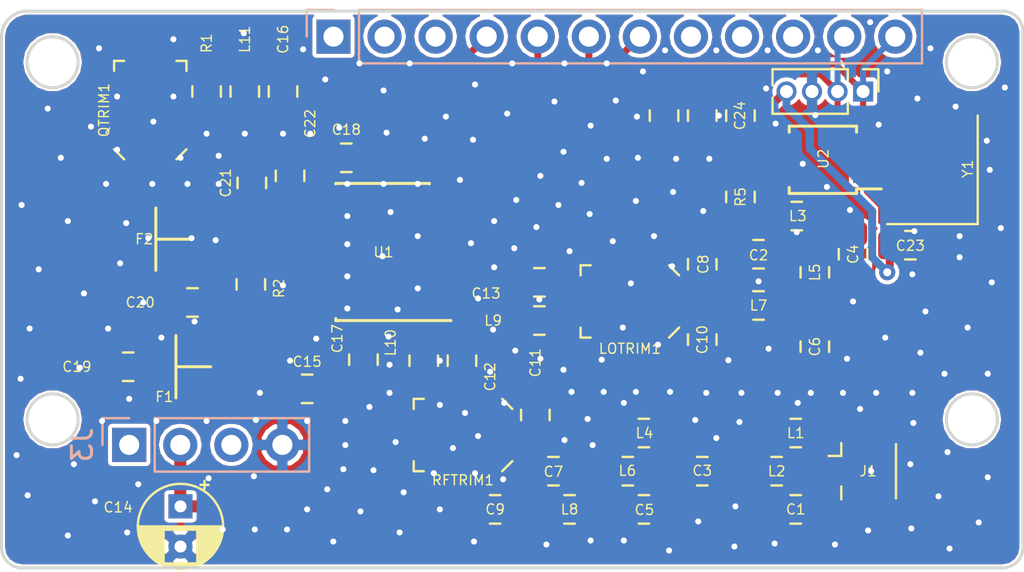
<source format=kicad_pcb>
(kicad_pcb (version 20171130) (host pcbnew "(5.0.1-3-g963ef8bb5)")
  (layers (0 F.Cu signal) (31 B.Cu signal) (34 B.Paste user hide) (35 F.Paste user hide) (36 B.SilkS user) (37 F.SilkS user) (38 B.Mask user hide) (39 F.Mask user hide) (44 Edge.Cuts user))
  (net 0 "")
  (net 1 Earth)
  (net 2 "Net-(C7-Pad2)")
  (net 3 "Net-(C10-Pad1)")
  (net 4 "Net-(C11-Pad2)")
  (net 5 "Net-(C13-Pad2)")
  (net 6 "Net-(F2-Pad1)")
  (net 7 "Net-(F1-Pad1)")
  (net 8 /LIM_OUT)
  (net 9 /DAT_OUT)
  (net 10 /SCL)
  (net 11 /SDA)
  (net 12 "Net-(C1-Pad1)")
  (net 13 /LO_IN)
  (net 14 "Net-(C3-Pad1)")
  (net 15 "Net-(C3-Pad2)")
  (net 16 "Net-(C4-Pad1)")
  (net 17 "Net-(C6-Pad1)")
  (net 18 "Net-(C11-Pad1)")
  (net 19 "Net-(C13-Pad1)")
  (net 20 "Net-(C19-Pad2)")
  (net 21 "Net-(C20-Pad2)")
  (net 22 "Net-(C21-Pad2)")
  (net 23 "Net-(C22-Pad2)")
  (net 24 "Net-(F1-Pad6)")
  (net 25 "Net-(F2-Pad6)")
  (net 26 /POW_CON_IN)
  (net 27 /RSSI_OUT)
  (net 28 "Net-(L10-Pad1)")
  (net 29 "Net-(C18-Pad2)")
  (net 30 "Net-(U2-Pad2)")
  (net 31 "Net-(U2-Pad3)")
  (net 32 /3V3)
  (net 33 "Net-(R5-Pad2)")
  (module Capacitor_SMD:C_0805_2012Metric_Pad1.15x1.40mm_HandSolder (layer F.Cu) (at 57.1 68.5)
    (fp_text reference C19 (at -2.55 0) (layer F.SilkS) (effects (font (size 0.5 0.5) (thickness 0.07))))
    (fp_text value 10nF hide)
    (pad 2 smd roundrect (at 1.025 0) (size 1.15 1.4) (layers F.Cu F.Paste F.Mask) (roundrect_rratio 0.217391) (net 20 "Net-(C19-Pad2)"))
    (pad 1 smd roundrect (at -1.025 0) (size 1.15 1.4) (layers F.Cu F.Paste F.Mask) (roundrect_rratio 0.217391) (net 1 Earth))
  )
  (module Package_SO:MSOP-10_3x3mm_P0.5mm (layer F.Cu) (at 91.65 58.2 180)
    (fp_text reference U2 (at -0.025 0.05 270) (layer F.SilkS) (effects (font (size 0.5 0.5) (thickness 0.07))))
    (fp_text value SI5351A hide)
    (pad 1 smd rect (at -2.2 -1 180) (size 1.4 0.3) (layers F.Cu F.Paste F.Mask) (net 32 /3V3))
    (pad 2 smd rect (at -2.2 -0.5 180) (size 1.4 0.3) (layers F.Cu F.Paste F.Mask) (net 30 "Net-(U2-Pad2)"))
    (pad 3 smd rect (at -2.2 0 180) (size 1.4 0.3) (layers F.Cu F.Paste F.Mask) (net 31 "Net-(U2-Pad3)"))
    (pad 4 smd rect (at -2.2 0.5 180) (size 1.4 0.3) (layers F.Cu F.Paste F.Mask) (net 10 /SCL))
    (pad 5 smd rect (at -2.2 1 180) (size 1.4 0.3) (layers F.Cu F.Paste F.Mask) (net 11 /SDA))
    (pad 6 smd rect (at 2.2 1 180) (size 1.4 0.3) (layers F.Cu F.Paste F.Mask))
    (pad 7 smd rect (at 2.2 0.5 180) (size 1.4 0.3) (layers F.Cu F.Paste F.Mask) (net 32 /3V3))
    (pad 8 smd rect (at 2.2 0 180) (size 1.4 0.3) (layers F.Cu F.Paste F.Mask) (net 1 Earth))
    (pad 9 smd rect (at 2.2 -0.5 180) (size 1.4 0.3) (layers F.Cu F.Paste F.Mask))
    (pad 10 smd rect (at 2.2 -1 180) (size 1.4 0.3) (layers F.Cu F.Paste F.Mask) (net 33 "Net-(R5-Pad2)"))
  )
  (module Capacitor_SMD:C_0805_2012Metric_Pad1.15x1.40mm_HandSolder (layer F.Cu) (at 77.35 70.9 270)
    (fp_text reference C11 (at -2.6 0 90) (layer F.SilkS) (effects (font (size 0.5 0.5) (thickness 0.07))))
    (fp_text value C hide)
    (pad 1 smd roundrect (at -1.025 0 270) (size 1.15 1.4) (layers F.Cu F.Paste F.Mask) (roundrect_rratio 0.217391) (net 18 "Net-(C11-Pad1)"))
    (pad 2 smd roundrect (at 1.025 0 270) (size 1.15 1.4) (layers F.Cu F.Paste F.Mask) (roundrect_rratio 0.217391) (net 4 "Net-(C11-Pad2)"))
  )
  (module Capacitor_SMD:C_0805_2012Metric_Pad1.15x1.40mm_HandSolder (layer F.Cu) (at 87.55 56 270)
    (fp_text reference C24 (at 0 0.025 270) (layer F.SilkS) (effects (font (size 0.5 0.5) (thickness 0.07))))
    (fp_text value 100n hide)
    (pad 2 smd roundrect (at 1.025 0 270) (size 1.15 1.4) (layers F.Cu F.Paste F.Mask) (roundrect_rratio 0.217391) (net 32 /3V3))
    (pad 1 smd roundrect (at -1.025 0 270) (size 1.15 1.4) (layers F.Cu F.Paste F.Mask) (roundrect_rratio 0.217391) (net 1 Earth))
  )
  (module Inductor_SMD:L_0805_2012Metric_Pad1.15x1.40mm_HandSolder (layer F.Cu) (at 71.8 68.2 90)
    (fp_text reference L10 (at 0.9 -1.65 90) (layer F.SilkS) (effects (font (size 0.5 0.5) (thickness 0.07))))
    (fp_text value L hide)
    (pad 2 smd roundrect (at 1.025 0 90) (size 1.15 1.4) (layers F.Cu F.Paste F.Mask) (roundrect_rratio 0.217391) (net 18 "Net-(C11-Pad1)"))
    (pad 1 smd roundrect (at -1.025 0 90) (size 1.15 1.4) (layers F.Cu F.Paste F.Mask) (roundrect_rratio 0.217391) (net 28 "Net-(L10-Pad1)"))
  )
  (module Capacitor_THT:CP_Radial_D4.0mm_P2.00mm (layer F.Cu) (at 59.7 75.45 270)
    (fp_text reference C14 (at 0.05 3.1) (layer F.SilkS) (effects (font (size 0.5 0.5) (thickness 0.07))))
    (fp_text value " 68u" hide)
    (pad 2 thru_hole circle (at 2 0 270) (size 1.2 1.2) (drill 0.6) (layers *.Cu *.Mask) (net 1 Earth))
    (pad 1 thru_hole rect (at 0 0 270) (size 1.2 1.2) (drill 0.6) (layers *.Cu *.Mask) (net 32 /3V3))
  )
  (module Capacitor_SMD:C_0805_2012Metric_Pad1.15x1.40mm_HandSolder (layer F.Cu) (at 88.45 62.9 180)
    (fp_text reference C2 (at 0 -0.05 180) (layer F.SilkS) (effects (font (size 0.5 0.5) (thickness 0.07))))
    (fp_text value 15p hide)
    (pad 2 smd roundrect (at 1.025 0 180) (size 1.15 1.4) (layers F.Cu F.Paste F.Mask) (roundrect_rratio 0.217391) (net 1 Earth))
    (pad 1 smd roundrect (at -1.025 0 180) (size 1.15 1.4) (layers F.Cu F.Paste F.Mask) (roundrect_rratio 0.217391) (net 13 /LO_IN))
  )
  (module Inductor_SMD:L_0805_2012Metric_Pad1.15x1.40mm_HandSolder (layer F.Cu) (at 90.35 61)
    (fp_text reference L3 (at 0.05 0) (layer F.SilkS) (effects (font (size 0.5 0.5) (thickness 0.07))))
    (fp_text value 68n hide)
    (pad 1 smd roundrect (at -1.025 0) (size 1.15 1.4) (layers F.Cu F.Paste F.Mask) (roundrect_rratio 0.217391) (net 13 /LO_IN))
    (pad 2 smd roundrect (at 1.025 0) (size 1.15 1.4) (layers F.Cu F.Paste F.Mask) (roundrect_rratio 0.217391) (net 16 "Net-(C4-Pad1)"))
  )
  (module Crystal:Crystal_SMD_3225-4Pin_3.2x2.5mm_HandSoldering (layer F.Cu) (at 97.1 58.7 90)
    (fp_text reference Y1 (at 0.05 1.75 90) (layer F.SilkS) (effects (font (size 0.5 0.5) (thickness 0.07))))
    (fp_text value Crystal_GND24 hide)
    (pad 1 smd rect (at -1.45 1.15 90) (size 2.1 1.8) (layers F.Cu F.Paste F.Mask) (net 30 "Net-(U2-Pad2)"))
    (pad 2 smd rect (at 1.45 1.15 90) (size 2.1 1.8) (layers F.Cu F.Paste F.Mask) (net 1 Earth))
    (pad 3 smd rect (at 1.45 -1.15 90) (size 2.1 1.8) (layers F.Cu F.Paste F.Mask) (net 31 "Net-(U2-Pad3)"))
    (pad 4 smd rect (at -1.45 -1.15 90) (size 2.1 1.8) (layers F.Cu F.Paste F.Mask) (net 1 Earth))
  )
  (module Capacitor_SMD:C_0805_2012Metric_Pad1.15x1.40mm_HandSolder (layer F.Cu) (at 77.55 64.3 180)
    (fp_text reference C13 (at 2.65 -0.55 180) (layer F.SilkS) (effects (font (size 0.5 0.5) (thickness 0.07))))
    (fp_text value 10n hide)
    (pad 1 smd roundrect (at -1.024999 0 180) (size 1.15 1.4) (layers F.Cu F.Paste F.Mask) (roundrect_rratio 0.217391) (net 19 "Net-(C13-Pad1)"))
    (pad 2 smd roundrect (at 1.024999 0 180) (size 1.15 1.4) (layers F.Cu F.Paste F.Mask) (roundrect_rratio 0.217391) (net 5 "Net-(C13-Pad2)"))
  )
  (module Resistor_SMD:R_0805_2012Metric_Pad1.15x1.40mm_HandSolder (layer F.Cu) (at 63.2 64.4 270)
    (fp_text reference R2 (at 0.2 -1.4 270) (layer F.SilkS) (effects (font (size 0.5 0.5) (thickness 0.07))))
    (fp_text value 120 hide)
    (pad 2 smd roundrect (at 1.025 0 270) (size 1.15 1.4) (layers F.Cu F.Paste F.Mask) (roundrect_rratio 0.217391) (net 1 Earth))
    (pad 1 smd roundrect (at -1.025 0 270) (size 1.15 1.4) (layers F.Cu F.Paste F.Mask) (roundrect_rratio 0.217391) (net 6 "Net-(F2-Pad1)"))
  )
  (module Package_SO:SSOP-20_4.4x6.5mm_P0.65mm (layer F.Cu) (at 69.75 62.75 180)
    (fp_text reference U1 (at -0.05 -0.05 180) (layer F.SilkS) (effects (font (size 0.5 0.5) (thickness 0.07))))
    (fp_text value SA636DK hide)
    (pad 1 smd rect (at -2.9 -2.925 180) (size 1 0.4) (layers F.Cu F.Paste F.Mask) (net 28 "Net-(L10-Pad1)"))
    (pad 2 smd rect (at -2.9 -2.275 180) (size 1 0.4) (layers F.Cu F.Paste F.Mask) (net 18 "Net-(C11-Pad1)"))
    (pad 3 smd rect (at -2.9 -1.625 180) (size 1 0.4) (layers F.Cu F.Paste F.Mask))
    (pad 4 smd rect (at -2.9 -0.975 180) (size 1 0.4) (layers F.Cu F.Paste F.Mask) (net 5 "Net-(C13-Pad2)"))
    (pad 5 smd rect (at -2.9 -0.325 180) (size 1 0.4) (layers F.Cu F.Paste F.Mask) (net 32 /3V3))
    (pad 6 smd rect (at -2.9 0.325 180) (size 1 0.4) (layers F.Cu F.Paste F.Mask) (net 27 /RSSI_OUT))
    (pad 7 smd rect (at -2.9 0.975 180) (size 1 0.4) (layers F.Cu F.Paste F.Mask) (net 27 /RSSI_OUT))
    (pad 8 smd rect (at -2.9 1.625 180) (size 1 0.4) (layers F.Cu F.Paste F.Mask) (net 26 /POW_CON_IN))
    (pad 9 smd rect (at -2.9 2.275 180) (size 1 0.4) (layers F.Cu F.Paste F.Mask) (net 9 /DAT_OUT))
    (pad 10 smd rect (at -2.9 2.925 180) (size 1 0.4) (layers F.Cu F.Paste F.Mask) (net 29 "Net-(C18-Pad2)"))
    (pad 11 smd rect (at 2.9 2.925 180) (size 1 0.4) (layers F.Cu F.Paste F.Mask) (net 8 /LIM_OUT))
    (pad 12 smd rect (at 2.9 2.275 180) (size 1 0.4) (layers F.Cu F.Paste F.Mask) (net 23 "Net-(C22-Pad2)"))
    (pad 13 smd rect (at 2.9 1.625 180) (size 1 0.4) (layers F.Cu F.Paste F.Mask) (net 22 "Net-(C21-Pad2)"))
    (pad 14 smd rect (at 2.9 0.975 180) (size 1 0.4) (layers F.Cu F.Paste F.Mask) (net 25 "Net-(F2-Pad6)"))
    (pad 15 smd rect (at 2.9 0.325 180) (size 1 0.4) (layers F.Cu F.Paste F.Mask) (net 1 Earth))
    (pad 16 smd rect (at 2.9 -0.325 180) (size 1 0.4) (layers F.Cu F.Paste F.Mask) (net 6 "Net-(F2-Pad1)"))
    (pad 17 smd rect (at 2.9 -0.975 180) (size 1 0.4) (layers F.Cu F.Paste F.Mask) (net 21 "Net-(C20-Pad2)"))
    (pad 18 smd rect (at 2.9 -1.625 180) (size 1 0.4) (layers F.Cu F.Paste F.Mask) (net 24 "Net-(F1-Pad6)"))
    (pad 19 smd rect (at 2.9 -2.275 180) (size 1 0.4) (layers F.Cu F.Paste F.Mask) (net 20 "Net-(C19-Pad2)"))
    (pad 20 smd rect (at 2.9 -2.925 180) (size 1 0.4) (layers F.Cu F.Paste F.Mask) (net 7 "Net-(F1-Pad1)"))
  )
  (module Connector_Coaxial:U.FL_Hirose_U.FL-R-SMT-1_Vertical (layer F.Cu) (at 93.45 73.7)
    (fp_text reference J1 (at 0.45 0 -180) (layer F.SilkS) (effects (font (size 0.5 0.5) (thickness 0.07))))
    (fp_text value "U.FL-R-SMT-1(01) " hide)
    (pad 2 smd rect (at 0.475 1.475) (size 2.2 1.05) (layers F.Cu F.Paste F.Mask) (net 1 Earth))
    (pad 1 smd rect (at -1.05 0) (size 1.05 1) (layers F.Cu F.Paste F.Mask) (net 12 "Net-(C1-Pad1)"))
    (pad 2 smd rect (at 0.475 -1.475) (size 2.2 1.05) (layers F.Cu F.Paste F.Mask) (net 1 Earth))
  )
  (module Filter:Murata_SFECF-6_HandSoldering (layer F.Cu) (at 60.2 62.15 180)
    (fp_text reference F2 (at 2.3 0 180) (layer F.SilkS) (effects (font (size 0.5 0.5) (thickness 0.07))))
    (fp_text value SFECF hide)
    (pad 4 smd roundrect (at 1.28 1.2 180) (size 0.65 1.05) (layers F.Cu F.Paste F.Mask) (roundrect_rratio 0.1))
    (pad 6 smd roundrect (at -1.28 1.2 180) (size 0.65 1.05) (layers F.Cu F.Paste F.Mask) (roundrect_rratio 0.1) (net 25 "Net-(F2-Pad6)"))
    (pad 5 smd roundrect (at 0 1.2 180) (size 0.7 1.05) (layers F.Cu F.Paste F.Mask) (roundrect_rratio 0.1))
    (pad 3 smd roundrect (at 1.28 -1.2 180) (size 0.65 1.05) (layers F.Cu F.Paste F.Mask) (roundrect_rratio 0.1))
    (pad 1 smd roundrect (at -1.28 -1.2 180) (size 0.65 1.05) (layers F.Cu F.Paste F.Mask) (roundrect_rratio 0.1) (net 6 "Net-(F2-Pad1)"))
    (pad 2 smd roundrect (at 0 -1.2 180) (size 0.7 1.05) (layers F.Cu F.Paste F.Mask) (roundrect_rratio 0.1) (net 1 Earth))
  )
  (module Filter:Murata_SFECF-6_HandSoldering (layer F.Cu) (at 61.2 68.5 180)
    (fp_text reference F1 (at 2.3 -1.5 180) (layer F.SilkS) (effects (font (size 0.5 0.5) (thickness 0.07))))
    (fp_text value SFECF hide)
    (pad 4 smd roundrect (at 1.28 1.2 180) (size 0.65 1.05) (layers F.Cu F.Paste F.Mask) (roundrect_rratio 0.1))
    (pad 6 smd roundrect (at -1.28 1.2 180) (size 0.65 1.05) (layers F.Cu F.Paste F.Mask) (roundrect_rratio 0.1) (net 24 "Net-(F1-Pad6)"))
    (pad 5 smd roundrect (at 0 1.2 180) (size 0.7 1.05) (layers F.Cu F.Paste F.Mask) (roundrect_rratio 0.1))
    (pad 3 smd roundrect (at 1.28 -1.2 180) (size 0.65 1.05) (layers F.Cu F.Paste F.Mask) (roundrect_rratio 0.1))
    (pad 1 smd roundrect (at -1.28 -1.2 180) (size 0.65 1.05) (layers F.Cu F.Paste F.Mask) (roundrect_rratio 0.1) (net 7 "Net-(F1-Pad1)"))
    (pad 2 smd roundrect (at 0 -1.2 180) (size 0.7 1.05) (layers F.Cu F.Paste F.Mask) (roundrect_rratio 0.1) (net 1 Earth))
  )
  (module Adafruit:PinHeader_Adafruit_Feather_Top (layer B.Cu) (at 67.31 52.07 270)
    (fp_text reference J2 hide)
    (fp_text value Feather_Top_Female hide)
    (pad BAT thru_hole rect (at 0 0 270) (size 1.7 1.7) (drill 1) (layers *.Cu *.Mask))
    (pad EN thru_hole oval (at 0 -2.54 270) (size 1.7 1.7) (drill 1) (layers *.Cu *.Mask))
    (pad USB thru_hole oval (at 0 -5.08 270) (size 1.7 1.7) (drill 1) (layers *.Cu *.Mask))
    (pad 16 thru_hole oval (at 0 -7.62 270) (size 1.7 1.7) (drill 1) (layers *.Cu *.Mask) (net 8 /LIM_OUT))
    (pad 15 thru_hole oval (at 0 -10.16 270) (size 1.7 1.7) (drill 1) (layers *.Cu *.Mask) (net 9 /DAT_OUT))
    (pad 07 thru_hole oval (at 0 -12.7 270) (size 1.7 1.7) (drill 1) (layers *.Cu *.Mask) (net 26 /POW_CON_IN))
    (pad 11 thru_hole oval (at 0 -15.24 270) (size 1.7 1.7) (drill 1) (layers *.Cu *.Mask) (net 27 /RSSI_OUT))
    (pad 31* thru_hole oval (at 0 -17.78 270) (size 1.7 1.7) (drill 1) (layers *.Cu *.Mask))
    (pad 30 thru_hole oval (at 0 -20.32 270) (size 1.7 1.7) (drill 1) (layers *.Cu *.Mask))
    (pad 27 thru_hole oval (at 0 -22.86 270) (size 1.7 1.7) (drill 1) (layers *.Cu *.Mask))
    (pad SCL thru_hole oval (at 0 -25.4 270) (size 1.7 1.7) (drill 1) (layers *.Cu *.Mask) (net 10 /SCL))
    (pad SDA thru_hole oval (at 0 -27.94 270) (size 1.7 1.7) (drill 1) (layers *.Cu *.Mask) (net 11 /SDA))
  )
  (module Capacitor_SMD:C_0805_2012Metric_Pad1.15x1.40mm_HandSolder (layer F.Cu) (at 93.15 62.9 270)
    (fp_text reference C4 (at 0 0 270) (layer F.SilkS) (effects (font (size 0.5 0.5) (thickness 0.07))))
    (fp_text value 36p hide)
    (pad 1 smd roundrect (at -1.025 0 270) (size 1.15 1.4) (layers F.Cu F.Paste F.Mask) (roundrect_rratio 0.217391) (net 16 "Net-(C4-Pad1)"))
    (pad 2 smd roundrect (at 1.025 0 270) (size 1.15 1.4) (layers F.Cu F.Paste F.Mask) (roundrect_rratio 0.217391) (net 1 Earth))
  )
  (module Capacitor_SMD:C_0805_2012Metric_Pad1.15x1.40mm_HandSolder (layer F.Cu) (at 85.65 63.4 90)
    (fp_text reference C8 (at 0 0.05 90) (layer F.SilkS) (effects (font (size 0.5 0.5) (thickness 0.07))))
    (fp_text value 15p hide)
    (pad 1 smd roundrect (at -1.025 0 90) (size 1.15 1.4) (layers F.Cu F.Paste F.Mask) (roundrect_rratio 0.217391) (net 3 "Net-(C10-Pad1)"))
    (pad 2 smd roundrect (at 1.025 0 90) (size 1.15 1.4) (layers F.Cu F.Paste F.Mask) (roundrect_rratio 0.217391) (net 1 Earth))
  )
  (module Capacitor_SMD:C_0805_2012Metric_Pad1.15x1.40mm_HandSolder (layer F.Cu) (at 85.65 67.15 270)
    (fp_text reference C10 (at 0 0 270) (layer F.SilkS) (effects (font (size 0.5 0.5) (thickness 0.07))))
    (fp_text value C hide)
    (pad 2 smd roundrect (at 1.025 0 270) (size 1.15 1.4) (layers F.Cu F.Paste F.Mask) (roundrect_rratio 0.217391) (net 1 Earth))
    (pad 1 smd roundrect (at -1.025 0 270) (size 1.15 1.4) (layers F.Cu F.Paste F.Mask) (roundrect_rratio 0.217391) (net 3 "Net-(C10-Pad1)"))
  )
  (module Capacitor_SMD:C_0805_2012Metric_Pad1.15x1.40mm_HandSolder (layer F.Cu) (at 73.7 68.2 90)
    (fp_text reference C12 (at -0.8 1.4 90) (layer F.SilkS) (effects (font (size 0.5 0.5) (thickness 0.07))))
    (fp_text value 10n hide)
    (pad 2 smd roundrect (at 1.025 0 90) (size 1.15 1.4) (layers F.Cu F.Paste F.Mask) (roundrect_rratio 0.217391) (net 18 "Net-(C11-Pad1)"))
    (pad 1 smd roundrect (at -1.025 0 90) (size 1.15 1.4) (layers F.Cu F.Paste F.Mask) (roundrect_rratio 0.217391) (net 1 Earth))
  )
  (module Resistor_SMD:R_0805_2012Metric_Pad1.15x1.40mm_HandSolder (layer F.Cu) (at 61 54.8 270)
    (fp_text reference R1 (at -2.4 0 270) (layer F.SilkS) (effects (font (size 0.5 0.5) (thickness 0.07))))
    (fp_text value R hide)
    (pad 1 smd roundrect (at -1.025 0 270) (size 1.15 1.4) (layers F.Cu F.Paste F.Mask) (roundrect_rratio 0.217391) (net 8 /LIM_OUT))
    (pad 2 smd roundrect (at 1.025 0 270) (size 1.15 1.4) (layers F.Cu F.Paste F.Mask) (roundrect_rratio 0.217391) (net 1 Earth))
  )
  (module Capacitor_SMD:C_Trimmer_Voltronics_JZ (layer F.Cu) (at 82.05 65.25 180)
    (fp_text reference LOTRIM1 (at 0 -2.35) (layer F.SilkS) (effects (font (size 0.5 0.5) (thickness 0.07))))
    (fp_text value "LO TRIM" hide)
    (pad 1 smd rect (at -1.95 0 180) (size 0.9 1.4) (layers F.Cu F.Paste F.Mask) (net 3 "Net-(C10-Pad1)"))
    (pad 2 smd rect (at 1.95 0 180) (size 0.9 1.4) (layers F.Cu F.Paste F.Mask) (net 19 "Net-(C13-Pad1)"))
  )
  (module Capacitor_SMD:C_Trimmer_Voltronics_JZ (layer F.Cu) (at 73.75 71.9 180)
    (fp_text reference RFTRIM1 (at 0 -2.25) (layer F.SilkS) (effects (font (size 0.5 0.5) (thickness 0.07))))
    (fp_text value "RF TRIM" hide)
    (pad 2 smd rect (at 1.95 0 180) (size 0.9 1.4) (layers F.Cu F.Paste F.Mask) (net 28 "Net-(L10-Pad1)"))
    (pad 1 smd rect (at -1.95 0 180) (size 0.9 1.4) (layers F.Cu F.Paste F.Mask) (net 4 "Net-(C11-Pad2)"))
  )
  (module Capacitor_SMD:C_0805_2012Metric_Pad1.15x1.40mm_HandSolder (layer F.Cu) (at 64.8 54.8 270)
    (fp_text reference C16 (at -2.6 0 90) (layer F.SilkS) (effects (font (size 0.5 0.5) (thickness 0.07))))
    (fp_text value C hide)
    (pad 2 smd roundrect (at 1.025 0 270) (size 1.15 1.4) (layers F.Cu F.Paste F.Mask) (roundrect_rratio 0.217391) (net 1 Earth))
    (pad 1 smd roundrect (at -1.025 0 270) (size 1.15 1.4) (layers F.Cu F.Paste F.Mask) (roundrect_rratio 0.217391) (net 8 /LIM_OUT))
  )
  (module Capacitor_SMD:C_Trimmer_Voltronics_JZ (layer F.Cu) (at 58.2 55.725 90)
    (fp_text reference QTRIM1 (at 0 -2.3 90) (layer F.SilkS) (effects (font (size 0.5 0.5) (thickness 0.07))))
    (fp_text value QTRIM hide)
    (pad 1 smd rect (at -1.95 0 90) (size 0.9 1.4) (layers F.Cu F.Paste F.Mask) (net 1 Earth))
    (pad 2 smd rect (at 1.95 0 90) (size 0.9 1.4) (layers F.Cu F.Paste F.Mask) (net 8 /LIM_OUT))
  )
  (module Capacitor_SMD:C_0805_2012Metric_Pad1.15x1.40mm_HandSolder (layer F.Cu) (at 91.25 67.5 270)
    (fp_text reference C6 (at 0 0 270) (layer F.SilkS) (effects (font (size 0.5 0.5) (thickness 0.07))))
    (fp_text value 36p hide)
    (pad 1 smd roundrect (at -1.025 0 270) (size 1.15 1.4) (layers F.Cu F.Paste F.Mask) (roundrect_rratio 0.217391) (net 17 "Net-(C6-Pad1)"))
    (pad 2 smd roundrect (at 1.025 0 270) (size 1.15 1.4) (layers F.Cu F.Paste F.Mask) (roundrect_rratio 0.217391) (net 1 Earth))
  )
  (module Capacitor_SMD:C_0805_2012Metric_Pad1.15x1.40mm_HandSolder (layer F.Cu) (at 68.8 68.15 270)
    (fp_text reference C17 (at -1.05 1.3 270) (layer F.SilkS) (effects (font (size 0.5 0.5) (thickness 0.07))))
    (fp_text value 100n hide)
    (pad 2 smd roundrect (at 1.024999 0 270) (size 1.15 1.4) (layers F.Cu F.Paste F.Mask) (roundrect_rratio 0.217391) (net 1 Earth))
    (pad 1 smd roundrect (at -1.024999 0 270) (size 1.15 1.4) (layers F.Cu F.Paste F.Mask) (roundrect_rratio 0.217391) (net 32 /3V3))
  )
  (module Capacitor_SMD:C_0805_2012Metric_Pad1.15x1.40mm_HandSolder (layer F.Cu) (at 67.95 58.1)
    (fp_text reference C18 (at 0 -1.4) (layer F.SilkS) (effects (font (size 0.5 0.5) (thickness 0.07))))
    (fp_text value C hide)
    (pad 2 smd roundrect (at 1.025 0) (size 1.15 1.4) (layers F.Cu F.Paste F.Mask) (roundrect_rratio 0.217391) (net 29 "Net-(C18-Pad2)"))
    (pad 1 smd roundrect (at -1.025 0) (size 1.15 1.4) (layers F.Cu F.Paste F.Mask) (roundrect_rratio 0.217391) (net 8 /LIM_OUT))
  )
  (module Capacitor_SMD:C_0805_2012Metric_Pad1.15x1.40mm_HandSolder (layer F.Cu) (at 60.3 65.3)
    (fp_text reference C20 (at -2.6 0) (layer F.SilkS) (effects (font (size 0.5 0.5) (thickness 0.07))))
    (fp_text value 10nF hide)
    (pad 1 smd roundrect (at -1.025 0) (size 1.15 1.4) (layers F.Cu F.Paste F.Mask) (roundrect_rratio 0.217391) (net 1 Earth))
    (pad 2 smd roundrect (at 1.025 0) (size 1.15 1.4) (layers F.Cu F.Paste F.Mask) (roundrect_rratio 0.217391) (net 21 "Net-(C20-Pad2)"))
  )
  (module Capacitor_SMD:C_0805_2012Metric_Pad1.15x1.40mm_HandSolder (layer F.Cu) (at 63.25 59.35 270)
    (fp_text reference C21 (at 0 1.3 270) (layer F.SilkS) (effects (font (size 0.5 0.5) (thickness 0.07))))
    (fp_text value 10nF hide)
    (pad 1 smd roundrect (at -1.025 0 270) (size 1.15 1.4) (layers F.Cu F.Paste F.Mask) (roundrect_rratio 0.217391) (net 1 Earth))
    (pad 2 smd roundrect (at 1.025 0 270) (size 1.15 1.4) (layers F.Cu F.Paste F.Mask) (roundrect_rratio 0.217391) (net 22 "Net-(C21-Pad2)"))
  )
  (module Capacitor_SMD:C_0805_2012Metric_Pad1.15x1.40mm_HandSolder (layer F.Cu) (at 65.15 59 270)
    (fp_text reference C22 (at -2.6 -1 270) (layer F.SilkS) (effects (font (size 0.5 0.5) (thickness 0.07))))
    (fp_text value 10nF hide)
    (pad 1 smd roundrect (at -1.025 0 270) (size 1.15 1.4) (layers F.Cu F.Paste F.Mask) (roundrect_rratio 0.217391) (net 1 Earth))
    (pad 2 smd roundrect (at 1.025 0 270) (size 1.15 1.4) (layers F.Cu F.Paste F.Mask) (roundrect_rratio 0.217391) (net 23 "Net-(C22-Pad2)"))
  )
  (module Inductor_SMD:L_0805_2012Metric_Pad1.15x1.40mm_HandSolder (layer F.Cu) (at 91.25 63.8 270)
    (fp_text reference L5 (at 0 0 270) (layer F.SilkS) (effects (font (size 0.5 0.5) (thickness 0.07))))
    (fp_text value 82n hide)
    (pad 1 smd roundrect (at -1.025 0 270) (size 1.15 1.4) (layers F.Cu F.Paste F.Mask) (roundrect_rratio 0.217391) (net 16 "Net-(C4-Pad1)"))
    (pad 2 smd roundrect (at 1.025 0 270) (size 1.15 1.4) (layers F.Cu F.Paste F.Mask) (roundrect_rratio 0.217391) (net 17 "Net-(C6-Pad1)"))
  )
  (module Inductor_SMD:L_0805_2012Metric_Pad1.15x1.40mm_HandSolder (layer F.Cu) (at 88.45 65.45 180)
    (fp_text reference L7 (at 0 0 180) (layer F.SilkS) (effects (font (size 0.5 0.5) (thickness 0.07))))
    (fp_text value 68n hide)
    (pad 1 smd roundrect (at -1.025 0 180) (size 1.15 1.4) (layers F.Cu F.Paste F.Mask) (roundrect_rratio 0.217391) (net 17 "Net-(C6-Pad1)"))
    (pad 2 smd roundrect (at 1.025 0 180) (size 1.15 1.4) (layers F.Cu F.Paste F.Mask) (roundrect_rratio 0.217391) (net 3 "Net-(C10-Pad1)"))
  )
  (module Inductor_SMD:L_0805_2012Metric_Pad1.15x1.40mm_HandSolder (layer F.Cu) (at 77.55 66.2)
    (fp_text reference L9 (at -2.3 0) (layer F.SilkS) (effects (font (size 0.5 0.5) (thickness 0.07))))
    (fp_text value L hide)
    (pad 2 smd roundrect (at 1.025 0) (size 1.15 1.4) (layers F.Cu F.Paste F.Mask) (roundrect_rratio 0.217391) (net 19 "Net-(C13-Pad1)"))
    (pad 1 smd roundrect (at -1.025 0) (size 1.15 1.4) (layers F.Cu F.Paste F.Mask) (roundrect_rratio 0.217391) (net 1 Earth))
  )
  (module Inductor_SMD:L_0805_2012Metric_Pad1.15x1.40mm_HandSolder (layer F.Cu) (at 62.9 54.8 270)
    (fp_text reference L11 (at -2.6 0 270) (layer F.SilkS) (effects (font (size 0.5 0.5) (thickness 0.07))))
    (fp_text value L hide)
    (pad 2 smd roundrect (at 1.025 0 270) (size 1.15 1.4) (layers F.Cu F.Paste F.Mask) (roundrect_rratio 0.217391) (net 1 Earth))
    (pad 1 smd roundrect (at -1.025 0 270) (size 1.15 1.4) (layers F.Cu F.Paste F.Mask) (roundrect_rratio 0.217391) (net 8 /LIM_OUT))
  )
  (module Capacitor_SMD:C_0805_2012Metric_Pad1.15x1.40mm_HandSolder (layer F.Cu) (at 66 69.6 180)
    (fp_text reference C15 (at 0 1.35 180) (layer F.SilkS) (effects (font (size 0.5 0.5) (thickness 0.07))))
    (fp_text value 100n hide)
    (pad 1 smd roundrect (at -1.024999 0 180) (size 1.15 1.4) (layers F.Cu F.Paste F.Mask) (roundrect_rratio 0.217391) (net 32 /3V3))
    (pad 2 smd roundrect (at 1.024999 0 180) (size 1.15 1.4) (layers F.Cu F.Paste F.Mask) (roundrect_rratio 0.217391) (net 1 Earth))
  )
  (module Capacitor_SMD:C_0805_2012Metric_Pad1.15x1.40mm_HandSolder (layer F.Cu) (at 96 62.45)
    (fp_text reference C23 (at 0 0.025) (layer F.SilkS) (effects (font (size 0.5 0.5) (thickness 0.07))))
    (fp_text value 100n hide)
    (pad 1 smd roundrect (at -1.025 0) (size 1.15 1.4) (layers F.Cu F.Paste F.Mask) (roundrect_rratio 0.217391) (net 32 /3V3))
    (pad 2 smd roundrect (at 1.025 0) (size 1.15 1.4) (layers F.Cu F.Paste F.Mask) (roundrect_rratio 0.217391) (net 1 Earth))
  )
  (module Resistor_SMD:R_0805_2012Metric_Pad1.15x1.40mm_HandSolder (layer F.Cu) (at 85.65 56 270)
    (fp_text reference R3 hide)
    (fp_text value 4.7k hide)
    (pad 2 smd roundrect (at 1.024999 0 270) (size 1.15 1.4) (layers F.Cu F.Paste F.Mask) (roundrect_rratio 0.217391) (net 32 /3V3))
    (pad 1 smd roundrect (at -1.024999 0 270) (size 1.15 1.4) (layers F.Cu F.Paste F.Mask) (roundrect_rratio 0.217391) (net 10 /SCL))
  )
  (module Resistor_SMD:R_0805_2012Metric_Pad1.15x1.40mm_HandSolder (layer F.Cu) (at 83.75 56 270)
    (fp_text reference R4 hide)
    (fp_text value 4.7k hide)
    (pad 2 smd roundrect (at 1.024999 0 270) (size 1.15 1.4) (layers F.Cu F.Paste F.Mask) (roundrect_rratio 0.217391) (net 32 /3V3))
    (pad 1 smd roundrect (at -1.024999 0 270) (size 1.15 1.4) (layers F.Cu F.Paste F.Mask) (roundrect_rratio 0.217391) (net 11 /SDA))
  )
  (module Connector_PinHeader_2.54mm:PinHeader_1x04_P2.54mm_Vertical (layer B.Cu) (at 57.15 72.39 270)
    (fp_text reference J3 (at 0 2.33 270) (layer B.SilkS) (effects (justify mirror)))
    (fp_text value Feather_Bottom_Female hide)
    (pad 1 thru_hole rect (at 0 0 270) (size 1.7 1.7) (drill 1) (layers *.Cu *.Mask))
    (pad 2 thru_hole oval (at 0 -2.54 270) (size 1.7 1.7) (drill 1) (layers *.Cu *.Mask) (net 32 /3V3))
    (pad 3 thru_hole oval (at 0 -5.08 270) (size 1.7 1.7) (drill 1) (layers *.Cu *.Mask))
    (pad 4 thru_hole oval (at 0 -7.62 270) (size 1.7 1.7) (drill 1) (layers *.Cu *.Mask) (net 1 Earth))
  )
  (module Capacitor_SMD:C_0805_2012Metric_Pad1.15x1.40mm_HandSolder (layer F.Cu) (at 90.3 75.6 180)
    (fp_text reference C1 (at 0 0 180) (layer F.SilkS) (effects (font (size 0.5 0.5) (thickness 0.07))))
    (fp_text value 82p hide)
    (pad 1 smd roundrect (at -1.025 0 180) (size 1.15 1.4) (layers F.Cu F.Paste F.Mask) (roundrect_rratio 0.217391) (net 12 "Net-(C1-Pad1)"))
    (pad 2 smd roundrect (at 1.025 0 180) (size 1.15 1.4) (layers F.Cu F.Paste F.Mask) (roundrect_rratio 0.217391) (net 1 Earth))
  )
  (module Capacitor_SMD:C_0805_2012Metric_Pad1.15x1.40mm_HandSolder (layer F.Cu) (at 85.65 73.7)
    (fp_text reference C3 (at 0 -0.025) (layer F.SilkS) (effects (font (size 0.5 0.5) (thickness 0.07))))
    (fp_text value 1.7p hide)
    (pad 1 smd roundrect (at -1.025 0) (size 1.15 1.4) (layers F.Cu F.Paste F.Mask) (roundrect_rratio 0.217391) (net 14 "Net-(C3-Pad1)"))
    (pad 2 smd roundrect (at 1.025 0) (size 1.15 1.4) (layers F.Cu F.Paste F.Mask) (roundrect_rratio 0.217391) (net 15 "Net-(C3-Pad2)"))
  )
  (module Capacitor_SMD:C_0805_2012Metric_Pad1.15x1.40mm_HandSolder (layer F.Cu) (at 82.75 75.6 180)
    (fp_text reference C5 (at -0.025 -0.025 180) (layer F.SilkS) (effects (font (size 0.5 0.5) (thickness 0.07))))
    (fp_text value 270p hide)
    (pad 2 smd roundrect (at 1.025 0 180) (size 1.15 1.4) (layers F.Cu F.Paste F.Mask) (roundrect_rratio 0.217391) (net 1 Earth))
    (pad 1 smd roundrect (at -1.025 0 180) (size 1.15 1.4) (layers F.Cu F.Paste F.Mask) (roundrect_rratio 0.217391) (net 14 "Net-(C3-Pad1)"))
  )
  (module Capacitor_SMD:C_0805_2012Metric_Pad1.15x1.40mm_HandSolder (layer F.Cu) (at 78.25 73.7)
    (fp_text reference C7 (at 0 0.025) (layer F.SilkS) (effects (font (size 0.5 0.5) (thickness 0.07))))
    (fp_text value 1.7p hide)
    (pad 2 smd roundrect (at 1.025 0) (size 1.15 1.4) (layers F.Cu F.Paste F.Mask) (roundrect_rratio 0.217391) (net 2 "Net-(C7-Pad2)"))
    (pad 1 smd roundrect (at -1.025 0) (size 1.15 1.4) (layers F.Cu F.Paste F.Mask) (roundrect_rratio 0.217391) (net 4 "Net-(C11-Pad2)"))
  )
  (module Capacitor_SMD:C_0805_2012Metric_Pad1.15x1.40mm_HandSolder (layer F.Cu) (at 75.35 75.6 180)
    (fp_text reference C9 (at 0 0 180) (layer F.SilkS) (effects (font (size 0.5 0.5) (thickness 0.07))))
    (fp_text value 82p hide)
    (pad 1 smd roundrect (at -1.025 0 180) (size 1.15 1.4) (layers F.Cu F.Paste F.Mask) (roundrect_rratio 0.217391) (net 4 "Net-(C11-Pad2)"))
    (pad 2 smd roundrect (at 1.025 0 180) (size 1.15 1.4) (layers F.Cu F.Paste F.Mask) (roundrect_rratio 0.217391) (net 1 Earth))
  )
  (module Connector_PinHeader_1.27mm:PinHeader_1x04_P1.27mm_Vertical (layer F.Cu) (at 93.65 54.8 270)
    (fp_text reference J4 hide)
    (fp_text value Conn_01x02_Female hide)
    (pad 1 thru_hole rect (at 0 0 270) (size 1 1) (drill 0.65) (layers *.Cu *.Mask) (net 11 /SDA))
    (pad 2 thru_hole oval (at 0 1.27 270) (size 1 1) (drill 0.65) (layers *.Cu *.Mask) (net 10 /SCL))
    (pad 3 thru_hole oval (at 0 2.54 270) (size 1 1) (drill 0.65) (layers *.Cu *.Mask) (net 1 Earth))
    (pad 4 thru_hole oval (at 0 3.81 270) (size 1 1) (drill 0.65) (layers *.Cu *.Mask) (net 32 /3V3))
  )
  (module Inductor_SMD:L_0805_2012Metric_Pad1.15x1.40mm_HandSolder (layer F.Cu) (at 90.3 71.8 180)
    (fp_text reference L1 (at 0 0 180) (layer F.SilkS) (effects (font (size 0.5 0.5) (thickness 0.07))))
    (fp_text value 11n hide)
    (pad 2 smd roundrect (at 1.025 0 180) (size 1.15 1.4) (layers F.Cu F.Paste F.Mask) (roundrect_rratio 0.217391) (net 1 Earth))
    (pad 1 smd roundrect (at -1.025 0 180) (size 1.15 1.4) (layers F.Cu F.Paste F.Mask) (roundrect_rratio 0.217391) (net 12 "Net-(C1-Pad1)"))
  )
  (module Inductor_SMD:L_0805_2012Metric_Pad1.15x1.40mm_HandSolder (layer F.Cu) (at 89.35 73.7 180)
    (fp_text reference L2 (at 0 0 180) (layer F.SilkS) (effects (font (size 0.5 0.5) (thickness 0.07))))
    (fp_text value 560n hide)
    (pad 1 smd roundrect (at -1.025 0 180) (size 1.15 1.4) (layers F.Cu F.Paste F.Mask) (roundrect_rratio 0.217391) (net 12 "Net-(C1-Pad1)"))
    (pad 2 smd roundrect (at 1.025 0 180) (size 1.15 1.4) (layers F.Cu F.Paste F.Mask) (roundrect_rratio 0.217391) (net 15 "Net-(C3-Pad2)"))
  )
  (module Inductor_SMD:L_0805_2012Metric_Pad1.15x1.40mm_HandSolder (layer F.Cu) (at 82.75 71.8 180)
    (fp_text reference L4 (at -0.025 0 180) (layer F.SilkS) (effects (font (size 0.5 0.5) (thickness 0.07))))
    (fp_text value 3.6n hide)
    (pad 1 smd roundrect (at -1.025 0 180) (size 1.15 1.4) (layers F.Cu F.Paste F.Mask) (roundrect_rratio 0.217391) (net 14 "Net-(C3-Pad1)"))
    (pad 2 smd roundrect (at 1.025 0 180) (size 1.15 1.4) (layers F.Cu F.Paste F.Mask) (roundrect_rratio 0.217391) (net 1 Earth))
  )
  (module Inductor_SMD:L_0805_2012Metric_Pad1.15x1.40mm_HandSolder (layer F.Cu) (at 81.95 73.7 180)
    (fp_text reference L6 (at 0.025 0.025 180) (layer F.SilkS) (effects (font (size 0.5 0.5) (thickness 0.07))))
    (fp_text value 560n hide)
    (pad 1 smd roundrect (at -1.025 0 180) (size 1.15 1.4) (layers F.Cu F.Paste F.Mask) (roundrect_rratio 0.217391) (net 14 "Net-(C3-Pad1)"))
    (pad 2 smd roundrect (at 1.025 0 180) (size 1.15 1.4) (layers F.Cu F.Paste F.Mask) (roundrect_rratio 0.217391) (net 2 "Net-(C7-Pad2)"))
  )
  (module Inductor_SMD:L_0805_2012Metric_Pad1.15x1.40mm_HandSolder (layer F.Cu) (at 79.05 75.6)
    (fp_text reference L8 (at 0 0) (layer F.SilkS) (effects (font (size 0.5 0.5) (thickness 0.07))))
    (fp_text value 11n hide)
    (pad 2 smd roundrect (at 1.025 0) (size 1.15 1.4) (layers F.Cu F.Paste F.Mask) (roundrect_rratio 0.217391) (net 1 Earth))
    (pad 1 smd roundrect (at -1.025 0) (size 1.15 1.4) (layers F.Cu F.Paste F.Mask) (roundrect_rratio 0.217391) (net 4 "Net-(C11-Pad2)"))
  )
  (module Resistor_SMD:R_0805_2012Metric_Pad1.15x1.40mm_HandSolder (layer F.Cu) (at 87.55 60.05 90)
    (fp_text reference R5 (at 0 0 90) (layer F.SilkS) (effects (font (size 0.5 0.5) (thickness 0.07))))
    (fp_text value 0 hide)
    (pad 1 smd roundrect (at -1.025 0 90) (size 1.15 1.4) (layers F.Cu F.Paste F.Mask) (roundrect_rratio 0.217391) (net 13 /LO_IN))
    (pad 2 smd roundrect (at 1.025 0 90) (size 1.15 1.4) (layers F.Cu F.Paste F.Mask) (roundrect_rratio 0.217391) (net 33 "Net-(R5-Pad2)"))
  )
  (gr_circle (center 99.06 71.12) (end 100.33 71.12) (layer Edge.Cuts) (width 0.15))
  (gr_line (start 51.816 78.51) (end 100.584 78.51) (layer Edge.Cuts) (width 0.15))
  (gr_line (start 100.584 50.8) (end 52.07 50.8) (layer Edge.Cuts) (width 0.15))
  (gr_line (start 101.6 51.816) (end 101.6 77.494) (layer Edge.Cuts) (width 0.15))
  (gr_line (start 50.8 52.07) (end 50.8 77.494) (layer Edge.Cuts) (width 0.15))
  (gr_arc (start 100.584 77.494) (end 100.584 78.51) (angle -90) (layer Edge.Cuts) (width 0.15))
  (gr_arc (start 100.584 51.816) (end 101.6 51.816) (angle -90) (layer Edge.Cuts) (width 0.15))
  (gr_arc (start 51.816 77.494) (end 50.8 77.494) (angle -90) (layer Edge.Cuts) (width 0.15))
  (gr_arc (start 52.07 52.07) (end 52.07 50.8) (angle -90) (layer Edge.Cuts) (width 0.15))
  (gr_circle (center 99.06 53.34) (end 100.33 53.34) (layer Edge.Cuts) (width 0.15))
  (gr_circle (center 53.34 71.12) (end 54.61 71.12) (layer Edge.Cuts) (width 0.15))
  (gr_circle (center 53.34 53.34) (end 54.61 53.34) (layer Edge.Cuts) (width 0.15))
  (via (at 71.5 64.6) (size 0.6) (drill 0.3) (layers F.Cu B.Cu) (net 1))
  (via (at 70.5 65.65) (size 0.6) (drill 0.3) (layers F.Cu B.Cu) (net 1))
  (via (at 70.05 67) (size 0.6) (drill 0.3) (layers F.Cu B.Cu) (net 1))
  (via (at 71.5 59.4) (size 0.6) (drill 0.3) (layers F.Cu B.Cu) (net 1))
  (via (at 68 59.4) (size 0.6) (drill 0.3) (layers F.Cu B.Cu) (net 1))
  (via (at 68 65.6) (size 0.6) (drill 0.3) (layers F.Cu B.Cu) (net 1))
  (via (at 69.8 59.4) (size 0.6) (drill 0.3) (layers F.Cu B.Cu) (net 1))
  (via (at 66.45 67.1) (size 0.6) (drill 0.3) (layers F.Cu B.Cu) (net 1))
  (via (at 65.15 68.2) (size 0.6) (drill 0.3) (layers F.Cu B.Cu) (net 1))
  (via (at 63.45 71.15) (size 0.6) (drill 0.3) (layers F.Cu B.Cu) (net 1))
  (via (at 78.8 53.4) (size 0.6) (drill 0.3) (layers F.Cu B.Cu) (net 1))
  (via (at 80.9 53.4) (size 0.6) (drill 0.3) (layers F.Cu B.Cu) (net 1))
  (via (at 76.2 53.4) (size 0.6) (drill 0.3) (layers F.Cu B.Cu) (net 1))
  (via (at 71.1 53.4) (size 0.6) (drill 0.3) (layers F.Cu B.Cu) (net 1))
  (via (at 68.6 53.4) (size 0.6) (drill 0.3) (layers F.Cu B.Cu) (net 1))
  (via (at 73.6 59.2) (size 0.6) (drill 0.3) (layers F.Cu B.Cu) (net 1))
  (via (at 74.5 65.1) (size 0.6) (drill 0.3) (layers F.Cu B.Cu) (net 1))
  (via (at 65.8 52.7) (size 0.6) (drill 0.3) (layers F.Cu B.Cu) (net 1))
  (via (at 61 71.2) (size 0.6) (drill 0.3) (layers F.Cu B.Cu) (net 1))
  (via (at 58.5 71.2) (size 0.6) (drill 0.3) (layers F.Cu B.Cu) (net 1))
  (via (at 66 71.2) (size 0.6) (drill 0.3) (layers F.Cu B.Cu) (net 1))
  (via (at 55.8 71.2) (size 0.6) (drill 0.3) (layers F.Cu B.Cu) (net 1))
  (via (at 64.8 56.9) (size 0.6) (drill 0.3) (layers F.Cu B.Cu) (net 1))
  (via (at 62.9 56.9) (size 0.6) (drill 0.3) (layers F.Cu B.Cu) (net 1))
  (via (at 61 56.9) (size 0.6) (drill 0.3) (layers F.Cu B.Cu) (net 1))
  (via (at 59.7 58.1) (size 0.6) (drill 0.3) (layers F.Cu B.Cu) (net 1))
  (via (at 66.15 56.9) (size 0.6) (drill 0.3) (layers F.Cu B.Cu) (net 1))
  (via (at 58.3 59.4) (size 0.6) (drill 0.3) (layers F.Cu B.Cu) (net 1))
  (via (at 60.4 66.25) (size 0.6) (drill 0.3) (layers F.Cu B.Cu) (net 1))
  (via (at 67.6 56.6) (size 0.6) (drill 0.3) (layers F.Cu B.Cu) (net 1))
  (via (at 72.6 68.2) (size 0.6) (drill 0.3) (layers F.Cu B.Cu) (net 1))
  (via (at 69.1 70.5) (size 0.6) (drill 0.3) (layers F.Cu B.Cu) (net 1))
  (via (at 72.6 70.4) (size 0.6) (drill 0.3) (layers F.Cu B.Cu) (net 1))
  (via (at 75.1 68.75) (size 0.6) (drill 0.3) (layers F.Cu B.Cu) (net 1))
  (via (at 67.9 72.4) (size 0.6) (drill 0.3) (layers F.Cu B.Cu) (net 1))
  (via (at 67.8 73.6) (size 0.6) (drill 0.3) (layers F.Cu B.Cu) (net 1))
  (via (at 67 74.6) (size 0.6) (drill 0.3) (layers F.Cu B.Cu) (net 1))
  (via (at 68 62.4) (size 0.6) (drill 0.3) (layers F.Cu B.Cu) (net 1))
  (via (at 65 76.6) (size 0.6) (drill 0.3) (layers F.Cu B.Cu) (net 1))
  (via (at 63.65 69.8) (size 0.6) (drill 0.3) (layers F.Cu B.Cu) (net 1))
  (via (at 70.1 68.4) (size 0.6) (drill 0.3) (layers F.Cu B.Cu) (net 1))
  (via (at 70.1 69.8) (size 0.6) (drill 0.3) (layers F.Cu B.Cu) (net 1))
  (via (at 67.9 71.2) (size 0.6) (drill 0.3) (layers F.Cu B.Cu) (net 1))
  (via (at 68 64) (size 0.6) (drill 0.3) (layers F.Cu B.Cu) (net 1))
  (via (at 68 61) (size 0.6) (drill 0.3) (layers F.Cu B.Cu) (net 1))
  (via (at 66 75.6) (size 0.6) (drill 0.3) (layers F.Cu B.Cu) (net 1))
  (via (at 63.4 76.6) (size 0.6) (drill 0.3) (layers F.Cu B.Cu) (net 1))
  (via (at 61.8 76.6) (size 0.6) (drill 0.3) (layers F.Cu B.Cu) (net 1))
  (via (at 56 59.4) (size 0.6) (drill 0.3) (layers F.Cu B.Cu) (net 1))
  (via (at 71.5 62) (size 0.6) (drill 0.3) (layers F.Cu B.Cu) (net 1))
  (via (at 78.3 55.3) (size 0.6) (drill 0.3) (layers F.Cu B.Cu) (net 1))
  (via (at 85.7 60.75) (size 0.6) (drill 0.3) (layers F.Cu B.Cu) (net 1))
  (via (at 86.95 68.175) (size 0.6) (drill 0.3) (layers F.Cu B.Cu) (net 1))
  (via (at 75.3 61.25) (size 0.6) (drill 0.3) (layers F.Cu B.Cu) (net 1))
  (via (at 80.1 56.5) (size 0.6) (drill 0.3) (layers F.Cu B.Cu) (net 1))
  (via (at 81.35 55.25) (size 0.6) (drill 0.3) (layers F.Cu B.Cu) (net 1))
  (via (at 91.275 55.975) (size 0.6) (drill 0.3) (layers F.Cu B.Cu) (net 1))
  (via (at 94 51.35) (size 0.6) (drill 0.3) (layers F.Cu B.Cu) (net 1))
  (via (at 91.4 52.75) (size 0.6) (drill 0.3) (layers F.Cu B.Cu) (net 1))
  (via (at 88.9 52.75) (size 0.6) (drill 0.3) (layers F.Cu B.Cu) (net 1))
  (via (at 86.35 52.75) (size 0.6) (drill 0.3) (layers F.Cu B.Cu) (net 1))
  (via (at 83.8 52.75) (size 0.6) (drill 0.3) (layers F.Cu B.Cu) (net 1))
  (via (at 75.25 66.65) (size 0.6) (drill 0.3) (layers F.Cu B.Cu) (net 1))
  (via (at 88.825 54.65) (size 0.6) (drill 0.3) (layers F.Cu B.Cu) (net 1))
  (via (at 89.3 56.4) (size 0.6) (drill 0.3) (layers F.Cu B.Cu) (net 1))
  (via (at 94.425 56.45) (size 0.6) (drill 0.3) (layers F.Cu B.Cu) (net 1))
  (via (at 74.15 62.35) (size 0.6) (drill 0.3) (layers F.Cu B.Cu) (net 1))
  (via (at 76.4 60.2) (size 0.6) (drill 0.3) (layers F.Cu B.Cu) (net 1))
  (via (at 77.6 59) (size 0.6) (drill 0.3) (layers F.Cu B.Cu) (net 1))
  (via (at 78.75 57.8) (size 0.6) (drill 0.3) (layers F.Cu B.Cu) (net 1))
  (via (at 82.4 56.05) (size 0.6) (drill 0.3) (layers F.Cu B.Cu) (net 1))
  (via (at 75.3 63.55) (size 0.6) (drill 0.3) (layers F.Cu B.Cu) (net 1))
  (via (at 77.4 61.55) (size 0.6) (drill 0.3) (layers F.Cu B.Cu) (net 1))
  (via (at 76.3 62.6) (size 0.6) (drill 0.3) (layers F.Cu B.Cu) (net 1))
  (via (at 76.35 67.7) (size 0.6) (drill 0.3) (layers F.Cu B.Cu) (net 1))
  (via (at 77.6 68.1) (size 0.6) (drill 0.3) (layers F.Cu B.Cu) (net 1))
  (via (at 79.15 69.75) (size 0.6) (drill 0.3) (layers F.Cu B.Cu) (net 1))
  (via (at 80.75 69.75) (size 0.6) (drill 0.3) (layers F.Cu B.Cu) (net 1))
  (via (at 82.35 69.75) (size 0.6) (drill 0.3) (layers F.Cu B.Cu) (net 1))
  (via (at 84.05 69.75) (size 0.6) (drill 0.3) (layers F.Cu B.Cu) (net 1))
  (via (at 78.75 68.65) (size 0.6) (drill 0.3) (layers F.Cu B.Cu) (net 1))
  (via (at 85.85 69.8) (size 0.6) (drill 0.3) (layers F.Cu B.Cu) (net 1))
  (via (at 87.6 69.8) (size 0.6) (drill 0.3) (layers F.Cu B.Cu) (net 1))
  (via (at 89.4 69.8) (size 0.6) (drill 0.3) (layers F.Cu B.Cu) (net 1))
  (via (at 91.05 69.8) (size 0.6) (drill 0.3) (layers F.Cu B.Cu) (net 1))
  (via (at 92.65 69.8) (size 0.6) (drill 0.3) (layers F.Cu B.Cu) (net 1))
  (via (at 94.3 69.8) (size 0.6) (drill 0.3) (layers F.Cu B.Cu) (net 1))
  (via (at 96.1 69.8) (size 0.6) (drill 0.3) (layers F.Cu B.Cu) (net 1))
  (via (at 97.7 68.85) (size 0.6) (drill 0.3) (layers F.Cu B.Cu) (net 1))
  (via (at 78.5 60.45) (size 0.6) (drill 0.3) (layers F.Cu B.Cu) (net 1))
  (via (at 79.65 59.35) (size 0.6) (drill 0.3) (layers F.Cu B.Cu) (net 1))
  (via (at 80.9 58.15) (size 0.6) (drill 0.3) (layers F.Cu B.Cu) (net 1))
  (via (at 82.45 58.1) (size 0.6) (drill 0.3) (layers F.Cu B.Cu) (net 1))
  (via (at 84.35 58.15) (size 0.6) (drill 0.3) (layers F.Cu B.Cu) (net 1))
  (via (at 86 58.15) (size 0.6) (drill 0.3) (layers F.Cu B.Cu) (net 1))
  (via (at 86.475 56) (size 0.6) (drill 0.3) (layers F.Cu B.Cu) (net 1))
  (via (at 90.65 58.4) (size 0.6) (drill 0.3) (layers F.Cu B.Cu) (net 1))
  (via (at 93 60.7) (size 0.6) (drill 0.3) (layers F.Cu B.Cu) (net 1))
  (via (at 99.95 58.7) (size 0.6) (drill 0.3) (layers F.Cu B.Cu) (net 1))
  (via (at 99.8 57.25) (size 0.6) (drill 0.3) (layers F.Cu B.Cu) (net 1))
  (via (at 98.25 55.55) (size 0.6) (drill 0.3) (layers F.Cu B.Cu) (net 1))
  (via (at 98.45 62) (size 0.6) (drill 0.3) (layers F.Cu B.Cu) (net 1))
  (via (at 96.1 63.9) (size 0.6) (drill 0.3) (layers F.Cu B.Cu) (net 1))
  (via (at 97 52.65) (size 0.6) (drill 0.3) (layers F.Cu B.Cu) (net 1))
  (via (at 98.45 63.05) (size 0.6) (drill 0.3) (layers F.Cu B.Cu) (net 1))
  (via (at 88.45 64.25) (size 0.6) (drill 0.3) (layers F.Cu B.Cu) (net 1))
  (via (at 84.15 63.5) (size 0.6) (drill 0.3) (layers F.Cu B.Cu) (net 1))
  (via (at 82.1 64.35) (size 0.6) (drill 0.3) (layers F.Cu B.Cu) (net 1))
  (via (at 77.55 65.15) (size 0.6) (drill 0.3) (layers F.Cu B.Cu) (net 1))
  (via (at 79.05 62.75) (size 0.6) (drill 0.3) (layers F.Cu B.Cu) (net 1))
  (via (at 81.2 62.25) (size 0.6) (drill 0.3) (layers F.Cu B.Cu) (net 1))
  (via (at 80.05 60.9) (size 0.6) (drill 0.3) (layers F.Cu B.Cu) (net 1))
  (via (at 82.35 60.25) (size 0.6) (drill 0.3) (layers F.Cu B.Cu) (net 1))
  (via (at 83.25 62) (size 0.6) (drill 0.3) (layers F.Cu B.Cu) (net 1))
  (via (at 84.2 59.8) (size 0.6) (drill 0.3) (layers F.Cu B.Cu) (net 1))
  (via (at 81.7 66.55) (size 0.6) (drill 0.3) (layers F.Cu B.Cu) (net 1))
  (via (at 83.45 67.4) (size 0.6) (drill 0.3) (layers F.Cu B.Cu) (net 1))
  (via (at 80.65 68.15) (size 0.6) (drill 0.3) (layers F.Cu B.Cu) (net 1))
  (via (at 88.95 67.6) (size 0.6) (drill 0.3) (layers F.Cu B.Cu) (net 1))
  (via (at 91.85 59.55) (size 0.6) (drill 0.3) (layers F.Cu B.Cu) (net 1))
  (via (at 94.85 53.8) (size 0.6) (drill 0.3) (layers F.Cu B.Cu) (net 1))
  (via (at 79.95 71.1) (size 0.6) (drill 0.3) (layers F.Cu B.Cu) (net 1))
  (via (at 78.8 72.15) (size 0.6) (drill 0.3) (layers F.Cu B.Cu) (net 1))
  (via (at 85.3 71.15) (size 0.6) (drill 0.3) (layers F.Cu B.Cu) (net 1))
  (via (at 86.35 72.05) (size 0.6) (drill 0.3) (layers F.Cu B.Cu) (net 1))
  (via (at 87.5 71.25) (size 0.6) (drill 0.3) (layers F.Cu B.Cu) (net 1))
  (via (at 93.5 70.6) (size 0.6) (drill 0.3) (layers F.Cu B.Cu) (net 1))
  (via (at 96.15 71.3) (size 0.6) (drill 0.3) (layers F.Cu B.Cu) (net 1))
  (via (at 94.05 73.7) (size 0.6) (drill 0.3) (layers F.Cu B.Cu) (net 1))
  (via (at 96 73.35) (size 0.6) (drill 0.3) (layers F.Cu B.Cu) (net 1))
  (via (at 97.85 72.75) (size 0.6) (drill 0.3) (layers F.Cu B.Cu) (net 1))
  (via (at 97.4 74.95) (size 0.6) (drill 0.3) (layers F.Cu B.Cu) (net 1))
  (via (at 99.85 74) (size 0.6) (drill 0.3) (layers F.Cu B.Cu) (net 1))
  (via (at 99.4 76.25) (size 0.6) (drill 0.3) (layers F.Cu B.Cu) (net 1))
  (via (at 96.05 76.55) (size 0.6) (drill 0.3) (layers F.Cu B.Cu) (net 1))
  (via (at 93.9 76.65) (size 0.6) (drill 0.3) (layers F.Cu B.Cu) (net 1))
  (via (at 97.95 77.55) (size 0.6) (drill 0.3) (layers F.Cu B.Cu) (net 1))
  (via (at 92.25 77.35) (size 0.6) (drill 0.3) (layers F.Cu B.Cu) (net 1))
  (via (at 89.25 77.3) (size 0.6) (drill 0.3) (layers F.Cu B.Cu) (net 1))
  (via (at 87.3 75.45) (size 0.6) (drill 0.3) (layers F.Cu B.Cu) (net 1))
  (via (at 87.25 77.45) (size 0.6) (drill 0.3) (layers F.Cu B.Cu) (net 1))
  (via (at 85.45 76.2) (size 0.6) (drill 0.3) (layers F.Cu B.Cu) (net 1))
  (via (at 84 77.65) (size 0.6) (drill 0.3) (layers F.Cu B.Cu) (net 1))
  (via (at 80.2 72.4) (size 0.6) (drill 0.3) (layers F.Cu B.Cu) (net 1))
  (via (at 77.9 77.35) (size 0.6) (drill 0.3) (layers F.Cu B.Cu) (net 1))
  (via (at 81.75 77.15) (size 0.6) (drill 0.3) (layers F.Cu B.Cu) (net 1))
  (via (at 80.1 77.15) (size 0.6) (drill 0.3) (layers F.Cu B.Cu) (net 1))
  (via (at 81.75 70.3) (size 0.6) (drill 0.3) (layers F.Cu B.Cu) (net 1))
  (via (at 90.4 70.3) (size 0.6) (drill 0.3) (layers F.Cu B.Cu) (net 1))
  (via (at 74.3 77.2) (size 0.6) (drill 0.3) (layers F.Cu B.Cu) (net 1))
  (via (at 72.6 75.6) (size 0.6) (drill 0.3) (layers F.Cu B.Cu) (net 1))
  (via (at 75.75 74.1) (size 0.6) (drill 0.3) (layers F.Cu B.Cu) (net 1))
  (via (at 74.35 73.8) (size 0.6) (drill 0.3) (layers F.Cu B.Cu) (net 1))
  (via (at 75.8 70.3) (size 0.6) (drill 0.3) (layers F.Cu B.Cu) (net 1))
  (via (at 73.85 70.8) (size 0.6) (drill 0.3) (layers F.Cu B.Cu) (net 1))
  (via (at 74.5 71.95) (size 0.6) (drill 0.3) (layers F.Cu B.Cu) (net 1))
  (via (at 73.25 72.55) (size 0.6) (drill 0.3) (layers F.Cu B.Cu) (net 1))
  (via (at 72.3 73.8) (size 0.6) (drill 0.3) (layers F.Cu B.Cu) (net 1))
  (via (at 70.4 72.25) (size 0.6) (drill 0.3) (layers F.Cu B.Cu) (net 1))
  (via (at 69.3 73.65) (size 0.6) (drill 0.3) (layers F.Cu B.Cu) (net 1))
  (via (at 70.8 74.75) (size 0.6) (drill 0.3) (layers F.Cu B.Cu) (net 1))
  (via (at 68.65 75.7) (size 0.6) (drill 0.3) (layers F.Cu B.Cu) (net 1))
  (via (at 70.6 76.75) (size 0.6) (drill 0.3) (layers F.Cu B.Cu) (net 1))
  (via (at 67.3 77.2) (size 0.6) (drill 0.3) (layers F.Cu B.Cu) (net 1))
  (via (at 63.35 73.95) (size 0.6) (drill 0.3) (layers F.Cu B.Cu) (net 1))
  (via (at 61.1 74.05) (size 0.6) (drill 0.3) (layers F.Cu B.Cu) (net 1))
  (via (at 57.6 74.35) (size 0.6) (drill 0.3) (layers F.Cu B.Cu) (net 1))
  (via (at 54.4 73.35) (size 0.6) (drill 0.3) (layers F.Cu B.Cu) (net 1))
  (via (at 55.45 75.2) (size 0.6) (drill 0.3) (layers F.Cu B.Cu) (net 1))
  (via (at 57.05 76.75) (size 0.6) (drill 0.3) (layers F.Cu B.Cu) (net 1))
  (via (at 54.1 76.9) (size 0.6) (drill 0.3) (layers F.Cu B.Cu) (net 1))
  (via (at 52.1 74.9) (size 0.6) (drill 0.3) (layers F.Cu B.Cu) (net 1))
  (via (at 57.15 70.1) (size 0.6) (drill 0.3) (layers F.Cu B.Cu) (net 1))
  (via (at 58.75 67.05) (size 0.6) (drill 0.3) (layers F.Cu B.Cu) (net 1))
  (via (at 57.85 65.3) (size 0.6) (drill 0.3) (layers F.Cu B.Cu) (net 1))
  (via (at 56.55 57.7) (size 0.6) (drill 0.3) (layers F.Cu B.Cu) (net 1))
  (via (at 61.6 58) (size 0.6) (drill 0.3) (layers F.Cu B.Cu) (net 1))
  (via (at 61.6 59.4) (size 0.6) (drill 0.3) (layers F.Cu B.Cu) (net 1))
  (via (at 60.05 59.4) (size 0.6) (drill 0.3) (layers F.Cu B.Cu) (net 1))
  (via (at 59.35 55.05) (size 0.6) (drill 0.3) (layers F.Cu B.Cu) (net 1))
  (via (at 58.35 56.3) (size 0.6) (drill 0.3) (layers F.Cu B.Cu) (net 1))
  (via (at 56.55 55.05) (size 0.6) (drill 0.3) (layers F.Cu B.Cu) (net 1))
  (via (at 66.9 54.2) (size 0.6) (drill 0.3) (layers F.Cu B.Cu) (net 1))
  (via (at 69.8 54.75) (size 0.6) (drill 0.3) (layers F.Cu B.Cu) (net 1))
  (via (at 74.35 54.45) (size 0.6) (drill 0.3) (layers F.Cu B.Cu) (net 1))
  (via (at 69.95 56.85) (size 0.6) (drill 0.3) (layers F.Cu B.Cu) (net 1))
  (via (at 75.95 55.9) (size 0.6) (drill 0.3) (layers F.Cu B.Cu) (net 1))
  (via (at 72.9 56.05) (size 0.6) (drill 0.3) (layers F.Cu B.Cu) (net 1))
  (via (at 74.25 57.2) (size 0.6) (drill 0.3) (layers F.Cu B.Cu) (net 1))
  (via (at 71.85 57.15) (size 0.6) (drill 0.3) (layers F.Cu B.Cu) (net 1))
  (via (at 70.15 60.8) (size 0.6) (drill 0.3) (layers F.Cu B.Cu) (net 1))
  (via (at 69.75 63) (size 0.6) (drill 0.3) (layers F.Cu B.Cu) (net 1))
  (via (at 57 61.35) (size 0.6) (drill 0.3) (layers F.Cu B.Cu) (net 1))
  (via (at 56.7 63.35) (size 0.6) (drill 0.3) (layers F.Cu B.Cu) (net 1))
  (via (at 58.1 62.1) (size 0.6) (drill 0.3) (layers F.Cu B.Cu) (net 1))
  (via (at 55.25 56.55) (size 0.6) (drill 0.3) (layers F.Cu B.Cu) (net 1))
  (via (at 55.65 52.65) (size 0.6) (drill 0.3) (layers F.Cu B.Cu) (net 1))
  (via (at 59.35 52.2) (size 0.6) (drill 0.3) (layers F.Cu B.Cu) (net 1))
  (via (at 62.85 51.9) (size 0.6) (drill 0.3) (layers F.Cu B.Cu) (net 1))
  (via (at 53.1 55.65) (size 0.6) (drill 0.3) (layers F.Cu B.Cu) (net 1))
  (via (at 53.75 58.1) (size 0.6) (drill 0.3) (layers F.Cu B.Cu) (net 1))
  (via (at 51.8 60.45) (size 0.6) (drill 0.3) (layers F.Cu B.Cu) (net 1))
  (via (at 54.1 61.25) (size 0.6) (drill 0.3) (layers F.Cu B.Cu) (net 1))
  (via (at 52.65 63.65) (size 0.6) (drill 0.3) (layers F.Cu B.Cu) (net 1))
  (via (at 54.9 64.85) (size 0.6) (drill 0.3) (layers F.Cu B.Cu) (net 1))
  (via (at 52.2 66.6) (size 0.6) (drill 0.3) (layers F.Cu B.Cu) (net 1))
  (via (at 54.7 68.55) (size 0.6) (drill 0.3) (layers F.Cu B.Cu) (net 1))
  (via (at 56.1 66.6) (size 0.6) (drill 0.3) (layers F.Cu B.Cu) (net 1))
  (via (at 51.75 69.1) (size 0.6) (drill 0.3) (layers F.Cu B.Cu) (net 1))
  (via (at 51.55 72.9) (size 0.6) (drill 0.3) (layers F.Cu B.Cu) (net 1))
  (via (at 99.85 68.85) (size 0.6) (drill 0.3) (layers F.Cu B.Cu) (net 1))
  (via (at 93.15 65.25) (size 0.6) (drill 0.3) (layers F.Cu B.Cu) (net 1))
  (via (at 92.85 68.1) (size 0.6) (drill 0.3) (layers F.Cu B.Cu) (net 1))
  (via (at 94.75 67.05) (size 0.6) (drill 0.3) (layers F.Cu B.Cu) (net 1))
  (via (at 96.75 65.75) (size 0.6) (drill 0.3) (layers F.Cu B.Cu) (net 1))
  (via (at 96.5 67.8) (size 0.6) (drill 0.3) (layers F.Cu B.Cu) (net 1))
  (via (at 98.85 66.55) (size 0.6) (drill 0.3) (layers F.Cu B.Cu) (net 1))
  (via (at 100.05 64.3) (size 0.6) (drill 0.3) (layers F.Cu B.Cu) (net 1))
  (via (at 100.5 61.6) (size 0.6) (drill 0.3) (layers F.Cu B.Cu) (net 1))
  (via (at 100.7 54.6) (size 0.6) (drill 0.3) (layers F.Cu B.Cu) (net 1))
  (via (at 96.2 61.75) (size 0.6) (drill 0.3) (layers F.Cu B.Cu) (net 1))
  (via (at 90.35 61.8) (size 0.6) (drill 0.3) (layers F.Cu B.Cu) (net 1))
  (via (at 64.8 64.45) (size 0.6) (drill 0.3) (layers F.Cu B.Cu) (net 1))
  (via (at 82.7 53.8) (size 0.6) (drill 0.3) (layers F.Cu B.Cu) (net 1))
  (via (at 96.35 55.15) (size 0.6) (drill 0.3) (layers F.Cu B.Cu) (net 1))
  (via (at 60.25 62.1) (size 0.6) (drill 0.3) (layers F.Cu B.Cu) (net 1))
  (via (at 61.45 62.2) (size 0.6) (drill 0.3) (layers F.Cu B.Cu) (net 1))
  (segment (start 79.275 73.7) (end 80.925 73.7) (width 0.3) (layer F.Cu) (net 2))
  (segment (start 86.325 65.45) (end 85.65 66.125) (width 0.3) (layer F.Cu) (net 3))
  (segment (start 87.425 65.45) (end 86.325 65.45) (width 0.3) (layer F.Cu) (net 3))
  (segment (start 86.325 65.1) (end 85.65 64.425) (width 0.3) (layer F.Cu) (net 3))
  (segment (start 86.325 65.45) (end 86.325 65.1) (width 0.3) (layer F.Cu) (net 3))
  (segment (start 84.825 65.25) (end 85.65 64.425) (width 0.3) (layer F.Cu) (net 3))
  (segment (start 84 65.25) (end 84.825 65.25) (width 0.3) (layer F.Cu) (net 3))
  (segment (start 84.825 65.3) (end 85.65 66.125) (width 0.3) (layer F.Cu) (net 3))
  (segment (start 84.825 65.25) (end 84.825 65.3) (width 0.3) (layer F.Cu) (net 3))
  (segment (start 75.7 72.175) (end 77.225 73.7) (width 0.3) (layer F.Cu) (net 4))
  (segment (start 75.7 71.9) (end 75.7 72.175) (width 0.3) (layer F.Cu) (net 4))
  (segment (start 75.725 71.925) (end 75.7 71.9) (width 0.3) (layer F.Cu) (net 4))
  (segment (start 77.35 71.925) (end 75.725 71.925) (width 0.3) (layer F.Cu) (net 4))
  (segment (start 77.225 74.75) (end 76.375 75.6) (width 0.3) (layer F.Cu) (net 4))
  (segment (start 77.225 74.8) (end 78.025 75.6) (width 0.3) (layer F.Cu) (net 4))
  (segment (start 77.225 73.7) (end 77.225 74.8) (width 0.3) (layer F.Cu) (net 4))
  (segment (start 72.65 63.725) (end 73.575 63.725) (width 0.3) (layer F.Cu) (net 5))
  (segment (start 73.575 63.725) (end 74.15 64.3) (width 0.3) (layer F.Cu) (net 5))
  (segment (start 76.525001 64.3) (end 74.15 64.3) (width 0.3) (layer F.Cu) (net 5))
  (segment (start 63.5 63.075) (end 63.2 63.375) (width 0.35) (layer F.Cu) (net 6))
  (segment (start 66.85 63.075) (end 63.5 63.075) (width 0.35) (layer F.Cu) (net 6))
  (segment (start 61.605 63.375) (end 61.58 63.4) (width 0.35) (layer F.Cu) (net 6))
  (segment (start 61.505 63.375) (end 61.48 63.35) (width 0.3) (layer F.Cu) (net 6))
  (segment (start 63.2 63.375) (end 61.505 63.375) (width 0.3) (layer F.Cu) (net 6))
  (segment (start 66.55 65.675) (end 62.525 69.7) (width 0.35) (layer F.Cu) (net 7))
  (segment (start 62.525 69.7) (end 62.48 69.7) (width 0.35) (layer F.Cu) (net 7))
  (segment (start 66.85 65.675) (end 66.55 65.675) (width 0.35) (layer F.Cu) (net 7))
  (segment (start 66.85 58.125) (end 66.875 58.1) (width 0.35) (layer F.Cu) (net 8))
  (segment (start 66.85 59.825) (end 66.85 58.125) (width 0.35) (layer F.Cu) (net 8))
  (segment (start 66.875 55.85) (end 64.8 53.775) (width 0.35) (layer F.Cu) (net 8))
  (segment (start 66.875 58.1) (end 66.875 55.85) (width 0.35) (layer F.Cu) (net 8))
  (segment (start 64.8 53.775) (end 61 53.775) (width 0.35) (layer F.Cu) (net 8))
  (segment (start 71.15 55.85) (end 74.93 52.07) (width 0.35) (layer F.Cu) (net 8))
  (segment (start 66.875 55.85) (end 71.15 55.85) (width 0.35) (layer F.Cu) (net 8))
  (segment (start 61 53.775) (end 58.2 53.775) (width 0.35) (layer F.Cu) (net 8))
  (segment (start 77.47 53.272081) (end 77.47 52.07) (width 0.35) (layer F.Cu) (net 9))
  (segment (start 77.47 56.505) (end 77.47 53.272081) (width 0.35) (layer F.Cu) (net 9))
  (segment (start 73.5 60.475) (end 77.47 56.505) (width 0.35) (layer F.Cu) (net 9))
  (segment (start 72.65 60.475) (end 73.5 60.475) (width 0.35) (layer F.Cu) (net 9))
  (segment (start 92.85 57.7) (end 93.85 57.7) (width 0.3) (layer F.Cu) (net 10))
  (segment (start 92.38 57.23) (end 92.85 57.7) (width 0.3) (layer F.Cu) (net 10))
  (segment (start 92.38 54.8) (end 92.38 57.23) (width 0.3) (layer F.Cu) (net 10))
  (segment (start 86.273372 54.351629) (end 85.65 54.975001) (width 0.3) (layer F.Cu) (net 10))
  (segment (start 86.675002 53.949999) (end 86.273372 54.351629) (width 0.3) (layer F.Cu) (net 10))
  (segment (start 91.529999 53.949999) (end 86.675002 53.949999) (width 0.3) (layer F.Cu) (net 10))
  (segment (start 92.38 54.8) (end 91.529999 53.949999) (width 0.3) (layer F.Cu) (net 10))
  (segment (start 92.38 52.4) (end 92.71 52.07) (width 0.3) (layer B.Cu) (net 10))
  (segment (start 92.38 54.8) (end 92.38 52.4) (width 0.3) (layer B.Cu) (net 10))
  (segment (start 93.65 57) (end 93.85 57.2) (width 0.3) (layer F.Cu) (net 11))
  (segment (start 93.65 54.8) (end 93.65 57) (width 0.3) (layer F.Cu) (net 11))
  (segment (start 92.287991 53.449989) (end 85.275012 53.449989) (width 0.3) (layer F.Cu) (net 11))
  (segment (start 84.373372 54.351629) (end 83.75 54.975001) (width 0.3) (layer F.Cu) (net 11))
  (segment (start 93.638002 54.8) (end 92.287991 53.449989) (width 0.3) (layer F.Cu) (net 11))
  (segment (start 85.275012 53.449989) (end 84.373372 54.351629) (width 0.3) (layer F.Cu) (net 11))
  (segment (start 93.65 54.8) (end 93.638002 54.8) (width 0.3) (layer F.Cu) (net 11))
  (segment (start 93.65 53.67) (end 95.25 52.07) (width 0.3) (layer B.Cu) (net 11))
  (segment (start 93.65 54.8) (end 93.65 53.67) (width 0.3) (layer B.Cu) (net 11))
  (segment (start 91.325 72.625) (end 92.4 73.7) (width 0.3) (layer F.Cu) (net 12))
  (segment (start 91.325 71.8) (end 91.325 72.625) (width 0.3) (layer F.Cu) (net 12))
  (segment (start 91.325 72.75) (end 90.375 73.7) (width 0.3) (layer F.Cu) (net 12))
  (segment (start 91.325 74.775) (end 92.4 73.7) (width 0.3) (layer F.Cu) (net 12))
  (segment (start 91.325 75.6) (end 91.325 74.775) (width 0.3) (layer F.Cu) (net 12))
  (segment (start 91.325 74.65) (end 90.375 73.7) (width 0.3) (layer F.Cu) (net 12))
  (segment (start 89.475 61.15) (end 89.325 61) (width 0.3) (layer F.Cu) (net 13))
  (segment (start 89.475 62.9) (end 89.475 61.15) (width 0.3) (layer F.Cu) (net 13))
  (segment (start 89.25 61.075) (end 89.325 61) (width 0.3) (layer F.Cu) (net 13))
  (segment (start 87.55 61.075) (end 89.25 61.075) (width 0.3) (layer F.Cu) (net 13))
  (segment (start 83.775 72.9) (end 82.975 73.7) (width 0.3) (layer F.Cu) (net 14))
  (segment (start 83.775 72.85) (end 84.625 73.7) (width 0.3) (layer F.Cu) (net 14))
  (segment (start 83.775 71.8) (end 83.775 72.85) (width 0.3) (layer F.Cu) (net 14))
  (segment (start 83.775 74.5) (end 82.975 73.7) (width 0.3) (layer F.Cu) (net 14))
  (segment (start 83.775 74.55) (end 84.625 73.7) (width 0.3) (layer F.Cu) (net 14))
  (segment (start 83.775 75.6) (end 83.775 74.55) (width 0.3) (layer F.Cu) (net 14))
  (segment (start 88.325 73.7) (end 86.675 73.7) (width 0.3) (layer F.Cu) (net 15))
  (segment (start 92.125 61.9) (end 91.25 62.775) (width 0.3) (layer F.Cu) (net 16))
  (segment (start 92.975 61.9) (end 92.125 61.9) (width 0.3) (layer F.Cu) (net 16))
  (segment (start 92.075 61.9) (end 91.25 61.075) (width 0.3) (layer F.Cu) (net 16))
  (segment (start 90.625 65.45) (end 91.25 64.825) (width 0.3) (layer F.Cu) (net 17))
  (segment (start 89.475 65.45) (end 90.625 65.45) (width 0.3) (layer F.Cu) (net 17))
  (segment (start 90.625 65.85) (end 91.25 66.475) (width 0.3) (layer F.Cu) (net 17))
  (segment (start 90.625 65.45) (end 90.625 65.85) (width 0.3) (layer F.Cu) (net 17))
  (segment (start 73.5 65.025) (end 72.65 65.025) (width 0.3) (layer F.Cu) (net 18))
  (segment (start 73.7 65.225) (end 73.5 65.025) (width 0.3) (layer F.Cu) (net 18))
  (segment (start 73.7 67.175) (end 73.7 65.225) (width 0.3) (layer F.Cu) (net 18))
  (segment (start 73.7 67.175) (end 71.8 67.175) (width 0.3) (layer F.Cu) (net 18))
  (segment (start 74.5 67.175) (end 73.7 67.175) (width 0.3) (layer F.Cu) (net 18))
  (segment (start 74.65 67.175) (end 74.5 67.175) (width 0.3) (layer F.Cu) (net 18))
  (segment (start 77.35 69.875) (end 74.65 67.175) (width 0.3) (layer F.Cu) (net 18))
  (segment (start 79.525 65.25) (end 78.575 66.2) (width 0.3) (layer F.Cu) (net 19))
  (segment (start 80.1 65.25) (end 79.525 65.25) (width 0.3) (layer F.Cu) (net 19))
  (segment (start 79.198371 64.923372) (end 78.574999 64.3) (width 0.3) (layer F.Cu) (net 19))
  (segment (start 79.525 65.25) (end 79.198371 64.923372) (width 0.3) (layer F.Cu) (net 19))
  (segment (start 58.8 68.5) (end 58.125 68.5) (width 0.3) (layer F.Cu) (net 20))
  (segment (start 62.586914 68.5) (end 58.8 68.5) (width 0.3) (layer F.Cu) (net 20))
  (segment (start 66.061914 65.025) (end 62.586914 68.5) (width 0.3) (layer F.Cu) (net 20))
  (segment (start 66.85 65.025) (end 66.061914 65.025) (width 0.3) (layer F.Cu) (net 20))
  (segment (start 61.948372 64.676628) (end 61.325 65.3) (width 0.35) (layer F.Cu) (net 21))
  (segment (start 63.75891 64.47499) (end 62.15001 64.47499) (width 0.35) (layer F.Cu) (net 21))
  (segment (start 62.15001 64.47499) (end 61.948372 64.676628) (width 0.35) (layer F.Cu) (net 21))
  (segment (start 64.5089 63.725) (end 63.75891 64.47499) (width 0.35) (layer F.Cu) (net 21))
  (segment (start 66.85 63.725) (end 64.5089 63.725) (width 0.35) (layer F.Cu) (net 21))
  (segment (start 64 61.125) (end 63.25 60.375) (width 0.3) (layer F.Cu) (net 22))
  (segment (start 66.85 61.125) (end 64 61.125) (width 0.3) (layer F.Cu) (net 22))
  (segment (start 65.55 60.475) (end 65.1 60.025) (width 0.35) (layer F.Cu) (net 23))
  (segment (start 66.85 60.475) (end 65.55 60.475) (width 0.35) (layer F.Cu) (net 23))
  (segment (start 62.905 67.3) (end 62.48 67.3) (width 0.35) (layer F.Cu) (net 24))
  (segment (start 62.9839 67.3) (end 62.905 67.3) (width 0.35) (layer F.Cu) (net 24))
  (segment (start 66.85 64.375) (end 65.9089 64.375) (width 0.35) (layer F.Cu) (net 24))
  (segment (start 65.9089 64.375) (end 62.9839 67.3) (width 0.35) (layer F.Cu) (net 24))
  (segment (start 62.305 61.775) (end 61.48 60.95) (width 0.3) (layer F.Cu) (net 25))
  (segment (start 66.85 61.775) (end 62.305 61.775) (width 0.3) (layer F.Cu) (net 25))
  (segment (start 80.01 53.272081) (end 80.01 52.07) (width 0.35) (layer F.Cu) (net 26))
  (segment (start 80.01 54.74283) (end 80.01 53.272081) (width 0.35) (layer F.Cu) (net 26))
  (segment (start 73.62783 61.125) (end 80.01 54.74283) (width 0.35) (layer F.Cu) (net 26))
  (segment (start 72.65 61.125) (end 73.62783 61.125) (width 0.35) (layer F.Cu) (net 26))
  (segment (start 72.65 62.425) (end 72.65 61.775) (width 0.35) (layer F.Cu) (net 27))
  (segment (start 81.700001 52.919999) (end 82.55 52.07) (width 0.35) (layer F.Cu) (net 27))
  (segment (start 81.700001 53.83066) (end 81.700001 52.919999) (width 0.35) (layer F.Cu) (net 27))
  (segment (start 73.755661 61.775) (end 81.700001 53.83066) (width 0.35) (layer F.Cu) (net 27))
  (segment (start 72.65 61.775) (end 73.755661 61.775) (width 0.35) (layer F.Cu) (net 27))
  (segment (start 71.8 71.9) (end 71.8 69.225) (width 0.3) (layer F.Cu) (net 28))
  (segment (start 71.676454 65.675) (end 71.85 65.675) (width 0.3) (layer F.Cu) (net 28))
  (segment (start 70.74999 66.601464) (end 71.676454 65.675) (width 0.3) (layer F.Cu) (net 28))
  (segment (start 70.74999 68.17499) (end 70.74999 66.601464) (width 0.3) (layer F.Cu) (net 28))
  (segment (start 71.85 65.675) (end 72.65 65.675) (width 0.3) (layer F.Cu) (net 28))
  (segment (start 71.8 69.225) (end 70.74999 68.17499) (width 0.3) (layer F.Cu) (net 28))
  (segment (start 71.8 69.225) (end 71.8 69.35) (width 0.3) (layer F.Cu) (net 28))
  (segment (start 71.475 58.1) (end 72.65 59.275) (width 0.35) (layer F.Cu) (net 29))
  (segment (start 72.65 59.275) (end 72.65 59.825) (width 0.35) (layer F.Cu) (net 29))
  (segment (start 68.925 58.1) (end 71.475 58.1) (width 0.35) (layer F.Cu) (net 29))
  (segment (start 94.85 58.7) (end 93.85 58.7) (width 0.3) (layer F.Cu) (net 30))
  (segment (start 96.95 58.7) (end 94.85 58.7) (width 0.3) (layer F.Cu) (net 30))
  (segment (start 98.25 60) (end 96.95 58.7) (width 0.3) (layer F.Cu) (net 30))
  (segment (start 98.25 60.15) (end 98.25 60) (width 0.3) (layer F.Cu) (net 30))
  (segment (start 95 58.2) (end 95.95 57.25) (width 0.3) (layer F.Cu) (net 31))
  (segment (start 93.85 58.2) (end 95 58.2) (width 0.3) (layer F.Cu) (net 31))
  (via (at 94.85 63.8) (size 0.8) (drill 0.4) (layers F.Cu B.Cu) (net 32))
  (segment (start 59.69 75.44) (end 59.7 75.45) (width 0.3) (layer F.Cu) (net 32))
  (segment (start 59.69 72.39) (end 59.69 75.44) (width 0.6) (layer F.Cu) (net 32))
  (segment (start 68.8 66.450001) (end 68.8 67.125001) (width 0.4) (layer F.Cu) (net 32))
  (segment (start 68.8 66.125) (end 68.8 66.450001) (width 0.4) (layer F.Cu) (net 32))
  (segment (start 71.85 63.075) (end 68.8 66.125) (width 0.4) (layer F.Cu) (net 32))
  (segment (start 72.65 63.075) (end 71.85 63.075) (width 0.4) (layer F.Cu) (net 32))
  (segment (start 67.024999 68.900002) (end 67.024999 69.6) (width 0.6) (layer F.Cu) (net 32))
  (segment (start 68.8 67.125001) (end 67.024999 68.900002) (width 0.6) (layer F.Cu) (net 32))
  (segment (start 59.7 75.45) (end 64.725001 75.45) (width 0.6) (layer F.Cu) (net 32))
  (segment (start 67.024999 73.150002) (end 64.725001 75.45) (width 0.6) (layer F.Cu) (net 32))
  (segment (start 67.024999 69.6) (end 67.024999 73.150002) (width 0.6) (layer F.Cu) (net 32))
  (segment (start 88.225 57.7) (end 87.55 57.025) (width 0.3) (layer F.Cu) (net 32))
  (segment (start 89.775 54.8) (end 89.84 54.8) (width 0.3) (layer F.Cu) (net 32))
  (segment (start 87.55 57.025) (end 89.775 54.8) (width 0.4) (layer F.Cu) (net 32))
  (segment (start 93.85 59.2) (end 93.85 59.8) (width 0.3) (layer F.Cu) (net 32))
  (segment (start 93.85 59.8) (end 94.55 60.5) (width 0.3) (layer F.Cu) (net 32))
  (segment (start 94.925 61.65) (end 94.925 62.45) (width 0.3) (layer F.Cu) (net 32))
  (segment (start 94.55 61.275) (end 94.925 61.65) (width 0.3) (layer F.Cu) (net 32))
  (segment (start 94.55 60.5) (end 94.55 61.275) (width 0.3) (layer F.Cu) (net 32))
  (segment (start 74.6 63.075) (end 80.65 57.025) (width 0.4) (layer F.Cu) (net 32))
  (segment (start 72.65 63.075) (end 74.6 63.075) (width 0.4) (layer F.Cu) (net 32))
  (segment (start 87.55 57.025) (end 80.65 57.025) (width 0.4) (layer F.Cu) (net 32))
  (segment (start 89.84 54.8) (end 89.84 55.54) (width 0.4) (layer B.Cu) (net 32))
  (segment (start 89.84 55.54) (end 91 56.7) (width 0.4) (layer B.Cu) (net 32))
  (segment (start 91 57.65) (end 94.1 60.75) (width 0.4) (layer B.Cu) (net 32))
  (segment (start 91 56.7) (end 91 57.65) (width 0.4) (layer B.Cu) (net 32))
  (segment (start 94.975 63.675) (end 94.85 63.8) (width 0.4) (layer F.Cu) (net 32))
  (segment (start 94.975 62.45) (end 94.975 63.675) (width 0.4) (layer F.Cu) (net 32))
  (segment (start 94.1 63.05) (end 94.85 63.8) (width 0.4) (layer B.Cu) (net 32))
  (segment (start 94.1 60.75) (end 94.1 63.05) (width 0.4) (layer B.Cu) (net 32))
  (segment (start 89.45 57.7) (end 88.225 57.7) (width 0.3) (layer F.Cu) (net 32))
  (segment (start 87.725 59.2) (end 87.55 59.025) (width 0.3) (layer F.Cu) (net 33))
  (segment (start 89.45 59.2) (end 87.725 59.2) (width 0.3) (layer F.Cu) (net 33))
  (zone (net 1) (net_name Earth) (layer F.Cu) (connect_pads (clearance 0.1)) (min_thickness 0.1) (fill yes (arc_segments 16) (thermal_gap 0.25) (thermal_bridge_width 0.508))
    (polygon (pts (xy 50.75 50.75) (xy 101.5 50.75) (xy 101.5 78.5) (xy 50.75 78.5)))
  )
  (zone (net 1) (net_name Earth) (layer B.Cu) (connect_pads (clearance 0.1)) (min_thickness 0.1) (fill yes (arc_segments 16) (thermal_gap 0.508) (thermal_bridge_width 0.508))
    (polygon (pts (xy 50.75 50.75) (xy 101.5 50.75) (xy 101.5 78.5) (xy 50.75 78.5)))
  )
)
</source>
